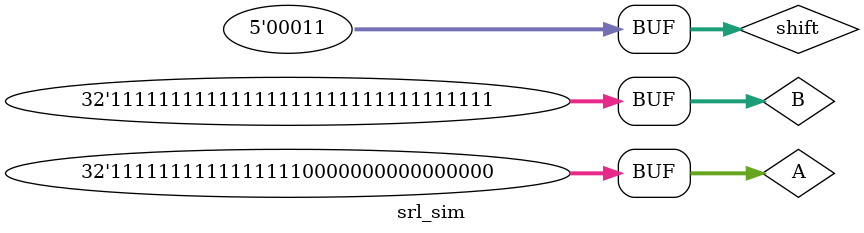
<source format=v>
`timescale 1ns / 1ps


module srl_sim;

	// Inputs
	reg [31:0] A;
	reg [31:0] B;
	reg [4:0] shift;

	// Outputs
	wire [31:0] res;

	// Instantiate the Unit Under Test (UUT)
	srl32 uut (
		.A(A), 
		.B(B), 
		.shift(shift), 
		.res(res)
	);

	initial begin
		// Initialize Inputs
		A = 0;
		B = 0;
		shift = 0;

		// Wait 100 ns for global reset to finish
		#100;
		A = 32'b11111111111111110000000000000000;
      B = 32'b11111111111111111111111111111111; 
		shift = 5'b00011;
		// Add stimulus here

	end
      
endmodule


</source>
